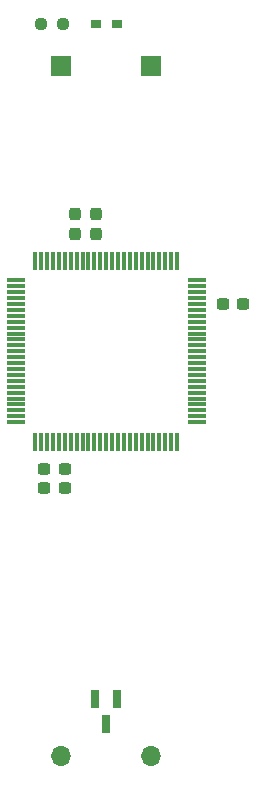
<source format=gbr>
%TF.GenerationSoftware,KiCad,Pcbnew,8.0.4+dfsg-1*%
%TF.CreationDate,2025-03-02T17:55:38+09:00*%
%TF.ProjectId,bionic-mc68hc08az0,62696f6e-6963-42d6-9d63-363868633038,1*%
%TF.SameCoordinates,Original*%
%TF.FileFunction,Soldermask,Top*%
%TF.FilePolarity,Negative*%
%FSLAX46Y46*%
G04 Gerber Fmt 4.6, Leading zero omitted, Abs format (unit mm)*
G04 Created by KiCad (PCBNEW 8.0.4+dfsg-1) date 2025-03-02 17:55:38*
%MOMM*%
%LPD*%
G01*
G04 APERTURE LIST*
G04 Aperture macros list*
%AMRoundRect*
0 Rectangle with rounded corners*
0 $1 Rounding radius*
0 $2 $3 $4 $5 $6 $7 $8 $9 X,Y pos of 4 corners*
0 Add a 4 corners polygon primitive as box body*
4,1,4,$2,$3,$4,$5,$6,$7,$8,$9,$2,$3,0*
0 Add four circle primitives for the rounded corners*
1,1,$1+$1,$2,$3*
1,1,$1+$1,$4,$5*
1,1,$1+$1,$6,$7*
1,1,$1+$1,$8,$9*
0 Add four rect primitives between the rounded corners*
20,1,$1+$1,$2,$3,$4,$5,0*
20,1,$1+$1,$4,$5,$6,$7,0*
20,1,$1+$1,$6,$7,$8,$9,0*
20,1,$1+$1,$8,$9,$2,$3,0*%
G04 Aperture macros list end*
%ADD10RoundRect,0.237500X0.237500X-0.300000X0.237500X0.300000X-0.237500X0.300000X-0.237500X-0.300000X0*%
%ADD11RoundRect,0.237500X0.300000X0.237500X-0.300000X0.237500X-0.300000X-0.237500X0.300000X-0.237500X0*%
%ADD12RoundRect,0.237500X0.250000X0.237500X-0.250000X0.237500X-0.250000X-0.237500X0.250000X-0.237500X0*%
%ADD13R,0.660400X1.625600*%
%ADD14R,0.965200X0.762000*%
%ADD15RoundRect,0.075000X-0.725000X-0.075000X0.725000X-0.075000X0.725000X0.075000X-0.725000X0.075000X0*%
%ADD16RoundRect,0.075000X-0.075000X-0.725000X0.075000X-0.725000X0.075000X0.725000X-0.075000X0.725000X0*%
%ADD17RoundRect,0.237500X-0.300000X-0.237500X0.300000X-0.237500X0.300000X0.237500X-0.300000X0.237500X0*%
%ADD18O,1.700000X1.700000*%
%ADD19R,1.700000X1.700000*%
G04 APERTURE END LIST*
D10*
%TO.C,C6*%
X86233000Y-95502900D03*
X86233000Y-93777900D03*
%TD*%
D11*
%TO.C,C1*%
X85394800Y-115341400D03*
X83669800Y-115341400D03*
%TD*%
D12*
%TO.C,R1*%
X85240500Y-77724000D03*
X83415500Y-77724000D03*
%TD*%
D10*
%TO.C,C5*%
X88011000Y-95502900D03*
X88011000Y-93777900D03*
%TD*%
D13*
%TO.C,U2*%
X89850001Y-134874000D03*
X87949999Y-134874000D03*
X88900000Y-137006000D03*
%TD*%
D11*
%TO.C,C2*%
X85394800Y-117017800D03*
X83669800Y-117017800D03*
%TD*%
D14*
%TO.C,D1*%
X88023700Y-77724000D03*
X89776300Y-77724000D03*
%TD*%
D15*
%TO.C,U1*%
X81225000Y-99410000D03*
X81225000Y-99910000D03*
X81225000Y-100410000D03*
X81225000Y-100910000D03*
X81225000Y-101410000D03*
X81225000Y-101910000D03*
X81225000Y-102410000D03*
X81225000Y-102910000D03*
X81225000Y-103410000D03*
X81225000Y-103910000D03*
X81225000Y-104410000D03*
X81225000Y-104910000D03*
X81225000Y-105410000D03*
X81225000Y-105910000D03*
X81225000Y-106410000D03*
X81225000Y-106910000D03*
X81225000Y-107410000D03*
X81225000Y-107910000D03*
X81225000Y-108410000D03*
X81225000Y-108910000D03*
X81225000Y-109410000D03*
X81225000Y-109910000D03*
X81225000Y-110410000D03*
X81225000Y-110910000D03*
X81225000Y-111410000D03*
D16*
X82900000Y-113085000D03*
X83400000Y-113085000D03*
X83900000Y-113085000D03*
X84400000Y-113085000D03*
X84900000Y-113085000D03*
X85400000Y-113085000D03*
X85900000Y-113085000D03*
X86400000Y-113085000D03*
X86900000Y-113085000D03*
X87400000Y-113085000D03*
X87900000Y-113085000D03*
X88400000Y-113085000D03*
X88900000Y-113085000D03*
X89400000Y-113085000D03*
X89900000Y-113085000D03*
X90400000Y-113085000D03*
X90900000Y-113085000D03*
X91400000Y-113085000D03*
X91900000Y-113085000D03*
X92400000Y-113085000D03*
X92900000Y-113085000D03*
X93400000Y-113085000D03*
X93900000Y-113085000D03*
X94400000Y-113085000D03*
X94900000Y-113085000D03*
D15*
X96575000Y-111410000D03*
X96575000Y-110910000D03*
X96575000Y-110410000D03*
X96575000Y-109910000D03*
X96575000Y-109410000D03*
X96575000Y-108910000D03*
X96575000Y-108410000D03*
X96575000Y-107910000D03*
X96575000Y-107410000D03*
X96575000Y-106910000D03*
X96575000Y-106410000D03*
X96575000Y-105910000D03*
X96575000Y-105410000D03*
X96575000Y-104910000D03*
X96575000Y-104410000D03*
X96575000Y-103910000D03*
X96575000Y-103410000D03*
X96575000Y-102910000D03*
X96575000Y-102410000D03*
X96575000Y-101910000D03*
X96575000Y-101410000D03*
X96575000Y-100910000D03*
X96575000Y-100410000D03*
X96575000Y-99910000D03*
X96575000Y-99410000D03*
D16*
X94900000Y-97735000D03*
X94400000Y-97735000D03*
X93900000Y-97735000D03*
X93400000Y-97735000D03*
X92900000Y-97735000D03*
X92400000Y-97735000D03*
X91900000Y-97735000D03*
X91400000Y-97735000D03*
X90900000Y-97735000D03*
X90400000Y-97735000D03*
X89900000Y-97735000D03*
X89400000Y-97735000D03*
X88900000Y-97735000D03*
X88400000Y-97735000D03*
X87900000Y-97735000D03*
X87400000Y-97735000D03*
X86900000Y-97735000D03*
X86400000Y-97735000D03*
X85900000Y-97735000D03*
X85400000Y-97735000D03*
X84900000Y-97735000D03*
X84400000Y-97735000D03*
X83900000Y-97735000D03*
X83400000Y-97735000D03*
X82900000Y-97735000D03*
%TD*%
D17*
%TO.C,C4*%
X98782800Y-101422200D03*
X100507800Y-101422200D03*
%TD*%
D18*
%TO.C,J2*%
X92689200Y-139700000D03*
D19*
X92689200Y-81280000D03*
%TD*%
%TO.C,J1*%
X85110800Y-81280000D03*
D18*
X85110800Y-139700000D03*
%TD*%
M02*

</source>
